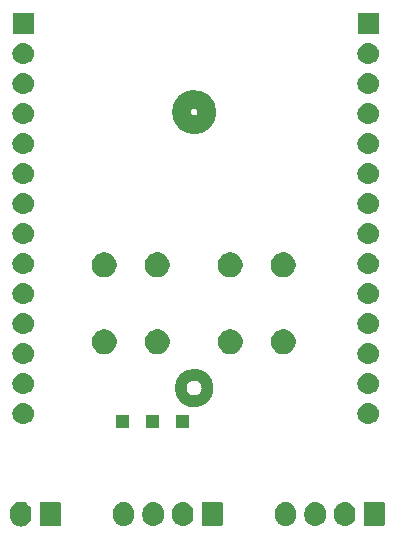
<source format=gbr>
G04 #@! TF.GenerationSoftware,KiCad,Pcbnew,(5.1.2)-1*
G04 #@! TF.CreationDate,2019-06-15T18:16:21+09:00*
G04 #@! TF.ProjectId,ESP32-breakout-THD,45535033-322d-4627-9265-616b6f75742d,rev?*
G04 #@! TF.SameCoordinates,Original*
G04 #@! TF.FileFunction,Soldermask,Bot*
G04 #@! TF.FilePolarity,Negative*
%FSLAX46Y46*%
G04 Gerber Fmt 4.6, Leading zero omitted, Abs format (unit mm)*
G04 Created by KiCad (PCBNEW (5.1.2)-1) date 2019-06-15 18:16:21*
%MOMM*%
%LPD*%
G04 APERTURE LIST*
%ADD10C,1.016000*%
%ADD11C,1.600000*%
%ADD12C,0.100000*%
G04 APERTURE END LIST*
D10*
X165219923Y-126111000D02*
G75*
G03X165219923Y-126111000I-1135923J0D01*
G01*
D11*
X165161631Y-102743000D02*
G75*
G03X165161631Y-102743000I-1077631J0D01*
G01*
D12*
G36*
X149568627Y-135741037D02*
G01*
X149738466Y-135792557D01*
X149894991Y-135876222D01*
X149918359Y-135895400D01*
X150032186Y-135988814D01*
X150115448Y-136090271D01*
X150144778Y-136126009D01*
X150228443Y-136282534D01*
X150279963Y-136452374D01*
X150293000Y-136584743D01*
X150293000Y-136973258D01*
X150279963Y-137105627D01*
X150228443Y-137275466D01*
X150144778Y-137431991D01*
X150115448Y-137467729D01*
X150032186Y-137569186D01*
X149894989Y-137681779D01*
X149762120Y-137752799D01*
X149738465Y-137765443D01*
X149568626Y-137816963D01*
X149392000Y-137834359D01*
X149215373Y-137816963D01*
X149045534Y-137765443D01*
X148889009Y-137681778D01*
X148839822Y-137641411D01*
X148751814Y-137569186D01*
X148639221Y-137431989D01*
X148555558Y-137275467D01*
X148555557Y-137275465D01*
X148504037Y-137105626D01*
X148491000Y-136973257D01*
X148491000Y-136584742D01*
X148504037Y-136452373D01*
X148555557Y-136282534D01*
X148639222Y-136126009D01*
X148751815Y-135988815D01*
X148889010Y-135876222D01*
X149045535Y-135792557D01*
X149215374Y-135741037D01*
X149392000Y-135723641D01*
X149568627Y-135741037D01*
X149568627Y-135741037D01*
G37*
G36*
X152650600Y-135731989D02*
G01*
X152683652Y-135742015D01*
X152714103Y-135758292D01*
X152740799Y-135780201D01*
X152762708Y-135806897D01*
X152778985Y-135837348D01*
X152789011Y-135870400D01*
X152793000Y-135910903D01*
X152793000Y-137647097D01*
X152789011Y-137687600D01*
X152778985Y-137720652D01*
X152762708Y-137751103D01*
X152740799Y-137777799D01*
X152714103Y-137799708D01*
X152683652Y-137815985D01*
X152650600Y-137826011D01*
X152610097Y-137830000D01*
X151173903Y-137830000D01*
X151133400Y-137826011D01*
X151100348Y-137815985D01*
X151069897Y-137799708D01*
X151043201Y-137777799D01*
X151021292Y-137751103D01*
X151005015Y-137720652D01*
X150994989Y-137687600D01*
X150991000Y-137647097D01*
X150991000Y-135910903D01*
X150994989Y-135870400D01*
X151005015Y-135837348D01*
X151021292Y-135806897D01*
X151043201Y-135780201D01*
X151069897Y-135758292D01*
X151100348Y-135742015D01*
X151133400Y-135731989D01*
X151173903Y-135728000D01*
X152610097Y-135728000D01*
X152650600Y-135731989D01*
X152650600Y-135731989D01*
G37*
G36*
X160784627Y-135766037D02*
G01*
X160954466Y-135817557D01*
X161110991Y-135901222D01*
X161146729Y-135930552D01*
X161248186Y-136013814D01*
X161331448Y-136115271D01*
X161360778Y-136151009D01*
X161444443Y-136307534D01*
X161495963Y-136477374D01*
X161495963Y-136477376D01*
X161506538Y-136584740D01*
X161509000Y-136609743D01*
X161509000Y-136948258D01*
X161495963Y-137080627D01*
X161444443Y-137250466D01*
X161360778Y-137406991D01*
X161340262Y-137431990D01*
X161248186Y-137544186D01*
X161110989Y-137656779D01*
X160954467Y-137740442D01*
X160954465Y-137740443D01*
X160784626Y-137791963D01*
X160608000Y-137809359D01*
X160431373Y-137791963D01*
X160261534Y-137740443D01*
X160105009Y-137656778D01*
X160056173Y-137616699D01*
X159967814Y-137544186D01*
X159855221Y-137406989D01*
X159771558Y-137250467D01*
X159771557Y-137250465D01*
X159720037Y-137080626D01*
X159713519Y-137014442D01*
X159707000Y-136948259D01*
X159707000Y-136609740D01*
X159720037Y-136477375D01*
X159720037Y-136477373D01*
X159771557Y-136307534D01*
X159855222Y-136151009D01*
X159967815Y-136013815D01*
X160105010Y-135901222D01*
X160261535Y-135817557D01*
X160431374Y-135766037D01*
X160608000Y-135748641D01*
X160784627Y-135766037D01*
X160784627Y-135766037D01*
G37*
G36*
X163284627Y-135766037D02*
G01*
X163454466Y-135817557D01*
X163610991Y-135901222D01*
X163646729Y-135930552D01*
X163748186Y-136013814D01*
X163831448Y-136115271D01*
X163860778Y-136151009D01*
X163944443Y-136307534D01*
X163995963Y-136477374D01*
X163995963Y-136477376D01*
X164006538Y-136584740D01*
X164009000Y-136609743D01*
X164009000Y-136948258D01*
X163995963Y-137080627D01*
X163944443Y-137250466D01*
X163860778Y-137406991D01*
X163840262Y-137431990D01*
X163748186Y-137544186D01*
X163610989Y-137656779D01*
X163454467Y-137740442D01*
X163454465Y-137740443D01*
X163284626Y-137791963D01*
X163108000Y-137809359D01*
X162931373Y-137791963D01*
X162761534Y-137740443D01*
X162605009Y-137656778D01*
X162556173Y-137616699D01*
X162467814Y-137544186D01*
X162355221Y-137406989D01*
X162271558Y-137250467D01*
X162271557Y-137250465D01*
X162220037Y-137080626D01*
X162213519Y-137014442D01*
X162207000Y-136948259D01*
X162207000Y-136609740D01*
X162220037Y-136477375D01*
X162220037Y-136477373D01*
X162271557Y-136307534D01*
X162355222Y-136151009D01*
X162467815Y-136013815D01*
X162605010Y-135901222D01*
X162761535Y-135817557D01*
X162931374Y-135766037D01*
X163108000Y-135748641D01*
X163284627Y-135766037D01*
X163284627Y-135766037D01*
G37*
G36*
X172000627Y-135766037D02*
G01*
X172170466Y-135817557D01*
X172326991Y-135901222D01*
X172362729Y-135930552D01*
X172464186Y-136013814D01*
X172547448Y-136115271D01*
X172576778Y-136151009D01*
X172660443Y-136307534D01*
X172711963Y-136477374D01*
X172711963Y-136477376D01*
X172722538Y-136584740D01*
X172725000Y-136609743D01*
X172725000Y-136948258D01*
X172711963Y-137080627D01*
X172660443Y-137250466D01*
X172576778Y-137406991D01*
X172556262Y-137431990D01*
X172464186Y-137544186D01*
X172326989Y-137656779D01*
X172170467Y-137740442D01*
X172170465Y-137740443D01*
X172000626Y-137791963D01*
X171824000Y-137809359D01*
X171647373Y-137791963D01*
X171477534Y-137740443D01*
X171321009Y-137656778D01*
X171272173Y-137616699D01*
X171183814Y-137544186D01*
X171071221Y-137406989D01*
X170987558Y-137250467D01*
X170987557Y-137250465D01*
X170936037Y-137080626D01*
X170929519Y-137014442D01*
X170923000Y-136948259D01*
X170923000Y-136609740D01*
X170936037Y-136477375D01*
X170936037Y-136477373D01*
X170987557Y-136307534D01*
X171071222Y-136151009D01*
X171183815Y-136013815D01*
X171321010Y-135901222D01*
X171477535Y-135817557D01*
X171647374Y-135766037D01*
X171824000Y-135748641D01*
X172000627Y-135766037D01*
X172000627Y-135766037D01*
G37*
G36*
X174500627Y-135766037D02*
G01*
X174670466Y-135817557D01*
X174826991Y-135901222D01*
X174862729Y-135930552D01*
X174964186Y-136013814D01*
X175047448Y-136115271D01*
X175076778Y-136151009D01*
X175160443Y-136307534D01*
X175211963Y-136477374D01*
X175211963Y-136477376D01*
X175222538Y-136584740D01*
X175225000Y-136609743D01*
X175225000Y-136948258D01*
X175211963Y-137080627D01*
X175160443Y-137250466D01*
X175076778Y-137406991D01*
X175056262Y-137431990D01*
X174964186Y-137544186D01*
X174826989Y-137656779D01*
X174670467Y-137740442D01*
X174670465Y-137740443D01*
X174500626Y-137791963D01*
X174324000Y-137809359D01*
X174147373Y-137791963D01*
X173977534Y-137740443D01*
X173821009Y-137656778D01*
X173772173Y-137616699D01*
X173683814Y-137544186D01*
X173571221Y-137406989D01*
X173487558Y-137250467D01*
X173487557Y-137250465D01*
X173436037Y-137080626D01*
X173429519Y-137014442D01*
X173423000Y-136948259D01*
X173423000Y-136609740D01*
X173436037Y-136477375D01*
X173436037Y-136477373D01*
X173487557Y-136307534D01*
X173571222Y-136151009D01*
X173683815Y-136013815D01*
X173821010Y-135901222D01*
X173977535Y-135817557D01*
X174147374Y-135766037D01*
X174324000Y-135748641D01*
X174500627Y-135766037D01*
X174500627Y-135766037D01*
G37*
G36*
X177000627Y-135766037D02*
G01*
X177170466Y-135817557D01*
X177326991Y-135901222D01*
X177362729Y-135930552D01*
X177464186Y-136013814D01*
X177547448Y-136115271D01*
X177576778Y-136151009D01*
X177660443Y-136307534D01*
X177711963Y-136477374D01*
X177711963Y-136477376D01*
X177722538Y-136584740D01*
X177725000Y-136609743D01*
X177725000Y-136948258D01*
X177711963Y-137080627D01*
X177660443Y-137250466D01*
X177576778Y-137406991D01*
X177556262Y-137431990D01*
X177464186Y-137544186D01*
X177326989Y-137656779D01*
X177170467Y-137740442D01*
X177170465Y-137740443D01*
X177000626Y-137791963D01*
X176824000Y-137809359D01*
X176647373Y-137791963D01*
X176477534Y-137740443D01*
X176321009Y-137656778D01*
X176272173Y-137616699D01*
X176183814Y-137544186D01*
X176071221Y-137406989D01*
X175987558Y-137250467D01*
X175987557Y-137250465D01*
X175936037Y-137080626D01*
X175929519Y-137014442D01*
X175923000Y-136948259D01*
X175923000Y-136609740D01*
X175936037Y-136477375D01*
X175936037Y-136477373D01*
X175987557Y-136307534D01*
X176071222Y-136151009D01*
X176183815Y-136013815D01*
X176321010Y-135901222D01*
X176477535Y-135817557D01*
X176647374Y-135766037D01*
X176824000Y-135748641D01*
X177000627Y-135766037D01*
X177000627Y-135766037D01*
G37*
G36*
X158284627Y-135766037D02*
G01*
X158454466Y-135817557D01*
X158610991Y-135901222D01*
X158646729Y-135930552D01*
X158748186Y-136013814D01*
X158831448Y-136115271D01*
X158860778Y-136151009D01*
X158944443Y-136307534D01*
X158995963Y-136477374D01*
X158995963Y-136477376D01*
X159006538Y-136584740D01*
X159009000Y-136609743D01*
X159009000Y-136948258D01*
X158995963Y-137080627D01*
X158944443Y-137250466D01*
X158860778Y-137406991D01*
X158840262Y-137431990D01*
X158748186Y-137544186D01*
X158610989Y-137656779D01*
X158454467Y-137740442D01*
X158454465Y-137740443D01*
X158284626Y-137791963D01*
X158108000Y-137809359D01*
X157931373Y-137791963D01*
X157761534Y-137740443D01*
X157605009Y-137656778D01*
X157556173Y-137616699D01*
X157467814Y-137544186D01*
X157355221Y-137406989D01*
X157271558Y-137250467D01*
X157271557Y-137250465D01*
X157220037Y-137080626D01*
X157213519Y-137014442D01*
X157207000Y-136948259D01*
X157207000Y-136609740D01*
X157220037Y-136477375D01*
X157220037Y-136477373D01*
X157271557Y-136307534D01*
X157355222Y-136151009D01*
X157467815Y-136013815D01*
X157605010Y-135901222D01*
X157761535Y-135817557D01*
X157931374Y-135766037D01*
X158108000Y-135748641D01*
X158284627Y-135766037D01*
X158284627Y-135766037D01*
G37*
G36*
X166366600Y-135756989D02*
G01*
X166399652Y-135767015D01*
X166430103Y-135783292D01*
X166456799Y-135805201D01*
X166478708Y-135831897D01*
X166494985Y-135862348D01*
X166505011Y-135895400D01*
X166509000Y-135935903D01*
X166509000Y-137622097D01*
X166505011Y-137662600D01*
X166494985Y-137695652D01*
X166478708Y-137726103D01*
X166456799Y-137752799D01*
X166430103Y-137774708D01*
X166399652Y-137790985D01*
X166366600Y-137801011D01*
X166326097Y-137805000D01*
X164889903Y-137805000D01*
X164849400Y-137801011D01*
X164816348Y-137790985D01*
X164785897Y-137774708D01*
X164759201Y-137752799D01*
X164737292Y-137726103D01*
X164721015Y-137695652D01*
X164710989Y-137662600D01*
X164707000Y-137622097D01*
X164707000Y-135935903D01*
X164710989Y-135895400D01*
X164721015Y-135862348D01*
X164737292Y-135831897D01*
X164759201Y-135805201D01*
X164785897Y-135783292D01*
X164816348Y-135767015D01*
X164849400Y-135756989D01*
X164889903Y-135753000D01*
X166326097Y-135753000D01*
X166366600Y-135756989D01*
X166366600Y-135756989D01*
G37*
G36*
X180082600Y-135756989D02*
G01*
X180115652Y-135767015D01*
X180146103Y-135783292D01*
X180172799Y-135805201D01*
X180194708Y-135831897D01*
X180210985Y-135862348D01*
X180221011Y-135895400D01*
X180225000Y-135935903D01*
X180225000Y-137622097D01*
X180221011Y-137662600D01*
X180210985Y-137695652D01*
X180194708Y-137726103D01*
X180172799Y-137752799D01*
X180146103Y-137774708D01*
X180115652Y-137790985D01*
X180082600Y-137801011D01*
X180042097Y-137805000D01*
X178605903Y-137805000D01*
X178565400Y-137801011D01*
X178532348Y-137790985D01*
X178501897Y-137774708D01*
X178475201Y-137752799D01*
X178453292Y-137726103D01*
X178437015Y-137695652D01*
X178426989Y-137662600D01*
X178423000Y-137622097D01*
X178423000Y-135935903D01*
X178426989Y-135895400D01*
X178437015Y-135862348D01*
X178453292Y-135831897D01*
X178475201Y-135805201D01*
X178501897Y-135783292D01*
X178532348Y-135767015D01*
X178565400Y-135756989D01*
X178605903Y-135753000D01*
X180042097Y-135753000D01*
X180082600Y-135756989D01*
X180082600Y-135756989D01*
G37*
G36*
X161079000Y-129456000D02*
G01*
X159977000Y-129456000D01*
X159977000Y-128354000D01*
X161079000Y-128354000D01*
X161079000Y-129456000D01*
X161079000Y-129456000D01*
G37*
G36*
X163619000Y-129456000D02*
G01*
X162517000Y-129456000D01*
X162517000Y-128354000D01*
X163619000Y-128354000D01*
X163619000Y-129456000D01*
X163619000Y-129456000D01*
G37*
G36*
X158539000Y-129456000D02*
G01*
X157437000Y-129456000D01*
X157437000Y-128354000D01*
X158539000Y-128354000D01*
X158539000Y-129456000D01*
X158539000Y-129456000D01*
G37*
G36*
X149716442Y-127375518D02*
G01*
X149782627Y-127382037D01*
X149952466Y-127433557D01*
X150108991Y-127517222D01*
X150144729Y-127546552D01*
X150246186Y-127629814D01*
X150329448Y-127731271D01*
X150358778Y-127767009D01*
X150442443Y-127923534D01*
X150493963Y-128093373D01*
X150511359Y-128270000D01*
X150493963Y-128446627D01*
X150442443Y-128616466D01*
X150358778Y-128772991D01*
X150329448Y-128808729D01*
X150246186Y-128910186D01*
X150144729Y-128993448D01*
X150108991Y-129022778D01*
X149952466Y-129106443D01*
X149782627Y-129157963D01*
X149716442Y-129164482D01*
X149650260Y-129171000D01*
X149561740Y-129171000D01*
X149495558Y-129164482D01*
X149429373Y-129157963D01*
X149259534Y-129106443D01*
X149103009Y-129022778D01*
X149067271Y-128993448D01*
X148965814Y-128910186D01*
X148882552Y-128808729D01*
X148853222Y-128772991D01*
X148769557Y-128616466D01*
X148718037Y-128446627D01*
X148700641Y-128270000D01*
X148718037Y-128093373D01*
X148769557Y-127923534D01*
X148853222Y-127767009D01*
X148882552Y-127731271D01*
X148965814Y-127629814D01*
X149067271Y-127546552D01*
X149103009Y-127517222D01*
X149259534Y-127433557D01*
X149429373Y-127382037D01*
X149495558Y-127375518D01*
X149561740Y-127369000D01*
X149650260Y-127369000D01*
X149716442Y-127375518D01*
X149716442Y-127375518D01*
G37*
G36*
X178926442Y-127375518D02*
G01*
X178992627Y-127382037D01*
X179162466Y-127433557D01*
X179318991Y-127517222D01*
X179354729Y-127546552D01*
X179456186Y-127629814D01*
X179539448Y-127731271D01*
X179568778Y-127767009D01*
X179652443Y-127923534D01*
X179703963Y-128093373D01*
X179721359Y-128270000D01*
X179703963Y-128446627D01*
X179652443Y-128616466D01*
X179568778Y-128772991D01*
X179539448Y-128808729D01*
X179456186Y-128910186D01*
X179354729Y-128993448D01*
X179318991Y-129022778D01*
X179162466Y-129106443D01*
X178992627Y-129157963D01*
X178926442Y-129164482D01*
X178860260Y-129171000D01*
X178771740Y-129171000D01*
X178705558Y-129164482D01*
X178639373Y-129157963D01*
X178469534Y-129106443D01*
X178313009Y-129022778D01*
X178277271Y-128993448D01*
X178175814Y-128910186D01*
X178092552Y-128808729D01*
X178063222Y-128772991D01*
X177979557Y-128616466D01*
X177928037Y-128446627D01*
X177910641Y-128270000D01*
X177928037Y-128093373D01*
X177979557Y-127923534D01*
X178063222Y-127767009D01*
X178092552Y-127731271D01*
X178175814Y-127629814D01*
X178277271Y-127546552D01*
X178313009Y-127517222D01*
X178469534Y-127433557D01*
X178639373Y-127382037D01*
X178705558Y-127375518D01*
X178771740Y-127369000D01*
X178860260Y-127369000D01*
X178926442Y-127375518D01*
X178926442Y-127375518D01*
G37*
G36*
X178926443Y-124835519D02*
G01*
X178992627Y-124842037D01*
X179162466Y-124893557D01*
X179318991Y-124977222D01*
X179354729Y-125006552D01*
X179456186Y-125089814D01*
X179539448Y-125191271D01*
X179568778Y-125227009D01*
X179652443Y-125383534D01*
X179703963Y-125553373D01*
X179721359Y-125730000D01*
X179703963Y-125906627D01*
X179652443Y-126076466D01*
X179568778Y-126232991D01*
X179539448Y-126268729D01*
X179456186Y-126370186D01*
X179354729Y-126453448D01*
X179318991Y-126482778D01*
X179162466Y-126566443D01*
X178992627Y-126617963D01*
X178926442Y-126624482D01*
X178860260Y-126631000D01*
X178771740Y-126631000D01*
X178705558Y-126624482D01*
X178639373Y-126617963D01*
X178469534Y-126566443D01*
X178313009Y-126482778D01*
X178277271Y-126453448D01*
X178175814Y-126370186D01*
X178092552Y-126268729D01*
X178063222Y-126232991D01*
X177979557Y-126076466D01*
X177928037Y-125906627D01*
X177910641Y-125730000D01*
X177928037Y-125553373D01*
X177979557Y-125383534D01*
X178063222Y-125227009D01*
X178092552Y-125191271D01*
X178175814Y-125089814D01*
X178277271Y-125006552D01*
X178313009Y-124977222D01*
X178469534Y-124893557D01*
X178639373Y-124842037D01*
X178705557Y-124835519D01*
X178771740Y-124829000D01*
X178860260Y-124829000D01*
X178926443Y-124835519D01*
X178926443Y-124835519D01*
G37*
G36*
X149716443Y-124835519D02*
G01*
X149782627Y-124842037D01*
X149952466Y-124893557D01*
X150108991Y-124977222D01*
X150144729Y-125006552D01*
X150246186Y-125089814D01*
X150329448Y-125191271D01*
X150358778Y-125227009D01*
X150442443Y-125383534D01*
X150493963Y-125553373D01*
X150511359Y-125730000D01*
X150493963Y-125906627D01*
X150442443Y-126076466D01*
X150358778Y-126232991D01*
X150329448Y-126268729D01*
X150246186Y-126370186D01*
X150144729Y-126453448D01*
X150108991Y-126482778D01*
X149952466Y-126566443D01*
X149782627Y-126617963D01*
X149716442Y-126624482D01*
X149650260Y-126631000D01*
X149561740Y-126631000D01*
X149495558Y-126624482D01*
X149429373Y-126617963D01*
X149259534Y-126566443D01*
X149103009Y-126482778D01*
X149067271Y-126453448D01*
X148965814Y-126370186D01*
X148882552Y-126268729D01*
X148853222Y-126232991D01*
X148769557Y-126076466D01*
X148718037Y-125906627D01*
X148700641Y-125730000D01*
X148718037Y-125553373D01*
X148769557Y-125383534D01*
X148853222Y-125227009D01*
X148882552Y-125191271D01*
X148965814Y-125089814D01*
X149067271Y-125006552D01*
X149103009Y-124977222D01*
X149259534Y-124893557D01*
X149429373Y-124842037D01*
X149495557Y-124835519D01*
X149561740Y-124829000D01*
X149650260Y-124829000D01*
X149716443Y-124835519D01*
X149716443Y-124835519D01*
G37*
G36*
X178926443Y-122295519D02*
G01*
X178992627Y-122302037D01*
X179162466Y-122353557D01*
X179318991Y-122437222D01*
X179354729Y-122466552D01*
X179456186Y-122549814D01*
X179539448Y-122651271D01*
X179568778Y-122687009D01*
X179652443Y-122843534D01*
X179703963Y-123013373D01*
X179721359Y-123190000D01*
X179703963Y-123366627D01*
X179652443Y-123536466D01*
X179568778Y-123692991D01*
X179539448Y-123728729D01*
X179456186Y-123830186D01*
X179354729Y-123913448D01*
X179318991Y-123942778D01*
X179162466Y-124026443D01*
X178992627Y-124077963D01*
X178926442Y-124084482D01*
X178860260Y-124091000D01*
X178771740Y-124091000D01*
X178705558Y-124084482D01*
X178639373Y-124077963D01*
X178469534Y-124026443D01*
X178313009Y-123942778D01*
X178277271Y-123913448D01*
X178175814Y-123830186D01*
X178092552Y-123728729D01*
X178063222Y-123692991D01*
X177979557Y-123536466D01*
X177928037Y-123366627D01*
X177910641Y-123190000D01*
X177928037Y-123013373D01*
X177979557Y-122843534D01*
X178063222Y-122687009D01*
X178092552Y-122651271D01*
X178175814Y-122549814D01*
X178277271Y-122466552D01*
X178313009Y-122437222D01*
X178469534Y-122353557D01*
X178639373Y-122302037D01*
X178705557Y-122295519D01*
X178771740Y-122289000D01*
X178860260Y-122289000D01*
X178926443Y-122295519D01*
X178926443Y-122295519D01*
G37*
G36*
X149716443Y-122295519D02*
G01*
X149782627Y-122302037D01*
X149952466Y-122353557D01*
X150108991Y-122437222D01*
X150144729Y-122466552D01*
X150246186Y-122549814D01*
X150329448Y-122651271D01*
X150358778Y-122687009D01*
X150442443Y-122843534D01*
X150493963Y-123013373D01*
X150511359Y-123190000D01*
X150493963Y-123366627D01*
X150442443Y-123536466D01*
X150358778Y-123692991D01*
X150329448Y-123728729D01*
X150246186Y-123830186D01*
X150144729Y-123913448D01*
X150108991Y-123942778D01*
X149952466Y-124026443D01*
X149782627Y-124077963D01*
X149716442Y-124084482D01*
X149650260Y-124091000D01*
X149561740Y-124091000D01*
X149495558Y-124084482D01*
X149429373Y-124077963D01*
X149259534Y-124026443D01*
X149103009Y-123942778D01*
X149067271Y-123913448D01*
X148965814Y-123830186D01*
X148882552Y-123728729D01*
X148853222Y-123692991D01*
X148769557Y-123536466D01*
X148718037Y-123366627D01*
X148700641Y-123190000D01*
X148718037Y-123013373D01*
X148769557Y-122843534D01*
X148853222Y-122687009D01*
X148882552Y-122651271D01*
X148965814Y-122549814D01*
X149067271Y-122466552D01*
X149103009Y-122437222D01*
X149259534Y-122353557D01*
X149429373Y-122302037D01*
X149495557Y-122295519D01*
X149561740Y-122289000D01*
X149650260Y-122289000D01*
X149716443Y-122295519D01*
X149716443Y-122295519D01*
G37*
G36*
X156770564Y-121163389D02*
G01*
X156961833Y-121242615D01*
X156961835Y-121242616D01*
X157033027Y-121290185D01*
X157133973Y-121357635D01*
X157280365Y-121504027D01*
X157395385Y-121676167D01*
X157474611Y-121867436D01*
X157515000Y-122070484D01*
X157515000Y-122277516D01*
X157474611Y-122480564D01*
X157445926Y-122549815D01*
X157395384Y-122671835D01*
X157280365Y-122843973D01*
X157133973Y-122990365D01*
X156961835Y-123105384D01*
X156961834Y-123105385D01*
X156961833Y-123105385D01*
X156770564Y-123184611D01*
X156567516Y-123225000D01*
X156360484Y-123225000D01*
X156157436Y-123184611D01*
X155966167Y-123105385D01*
X155966166Y-123105385D01*
X155966165Y-123105384D01*
X155794027Y-122990365D01*
X155647635Y-122843973D01*
X155532616Y-122671835D01*
X155482074Y-122549815D01*
X155453389Y-122480564D01*
X155413000Y-122277516D01*
X155413000Y-122070484D01*
X155453389Y-121867436D01*
X155532615Y-121676167D01*
X155647635Y-121504027D01*
X155794027Y-121357635D01*
X155894973Y-121290185D01*
X155966165Y-121242616D01*
X155966167Y-121242615D01*
X156157436Y-121163389D01*
X156360484Y-121123000D01*
X156567516Y-121123000D01*
X156770564Y-121163389D01*
X156770564Y-121163389D01*
G37*
G36*
X161270564Y-121163389D02*
G01*
X161461833Y-121242615D01*
X161461835Y-121242616D01*
X161533027Y-121290185D01*
X161633973Y-121357635D01*
X161780365Y-121504027D01*
X161895385Y-121676167D01*
X161974611Y-121867436D01*
X162015000Y-122070484D01*
X162015000Y-122277516D01*
X161974611Y-122480564D01*
X161945926Y-122549815D01*
X161895384Y-122671835D01*
X161780365Y-122843973D01*
X161633973Y-122990365D01*
X161461835Y-123105384D01*
X161461834Y-123105385D01*
X161461833Y-123105385D01*
X161270564Y-123184611D01*
X161067516Y-123225000D01*
X160860484Y-123225000D01*
X160657436Y-123184611D01*
X160466167Y-123105385D01*
X160466166Y-123105385D01*
X160466165Y-123105384D01*
X160294027Y-122990365D01*
X160147635Y-122843973D01*
X160032616Y-122671835D01*
X159982074Y-122549815D01*
X159953389Y-122480564D01*
X159913000Y-122277516D01*
X159913000Y-122070484D01*
X159953389Y-121867436D01*
X160032615Y-121676167D01*
X160147635Y-121504027D01*
X160294027Y-121357635D01*
X160394973Y-121290185D01*
X160466165Y-121242616D01*
X160466167Y-121242615D01*
X160657436Y-121163389D01*
X160860484Y-121123000D01*
X161067516Y-121123000D01*
X161270564Y-121163389D01*
X161270564Y-121163389D01*
G37*
G36*
X167438564Y-121163389D02*
G01*
X167629833Y-121242615D01*
X167629835Y-121242616D01*
X167701027Y-121290185D01*
X167801973Y-121357635D01*
X167948365Y-121504027D01*
X168063385Y-121676167D01*
X168142611Y-121867436D01*
X168183000Y-122070484D01*
X168183000Y-122277516D01*
X168142611Y-122480564D01*
X168113926Y-122549815D01*
X168063384Y-122671835D01*
X167948365Y-122843973D01*
X167801973Y-122990365D01*
X167629835Y-123105384D01*
X167629834Y-123105385D01*
X167629833Y-123105385D01*
X167438564Y-123184611D01*
X167235516Y-123225000D01*
X167028484Y-123225000D01*
X166825436Y-123184611D01*
X166634167Y-123105385D01*
X166634166Y-123105385D01*
X166634165Y-123105384D01*
X166462027Y-122990365D01*
X166315635Y-122843973D01*
X166200616Y-122671835D01*
X166150074Y-122549815D01*
X166121389Y-122480564D01*
X166081000Y-122277516D01*
X166081000Y-122070484D01*
X166121389Y-121867436D01*
X166200615Y-121676167D01*
X166315635Y-121504027D01*
X166462027Y-121357635D01*
X166562973Y-121290185D01*
X166634165Y-121242616D01*
X166634167Y-121242615D01*
X166825436Y-121163389D01*
X167028484Y-121123000D01*
X167235516Y-121123000D01*
X167438564Y-121163389D01*
X167438564Y-121163389D01*
G37*
G36*
X171938564Y-121163389D02*
G01*
X172129833Y-121242615D01*
X172129835Y-121242616D01*
X172201027Y-121290185D01*
X172301973Y-121357635D01*
X172448365Y-121504027D01*
X172563385Y-121676167D01*
X172642611Y-121867436D01*
X172683000Y-122070484D01*
X172683000Y-122277516D01*
X172642611Y-122480564D01*
X172613926Y-122549815D01*
X172563384Y-122671835D01*
X172448365Y-122843973D01*
X172301973Y-122990365D01*
X172129835Y-123105384D01*
X172129834Y-123105385D01*
X172129833Y-123105385D01*
X171938564Y-123184611D01*
X171735516Y-123225000D01*
X171528484Y-123225000D01*
X171325436Y-123184611D01*
X171134167Y-123105385D01*
X171134166Y-123105385D01*
X171134165Y-123105384D01*
X170962027Y-122990365D01*
X170815635Y-122843973D01*
X170700616Y-122671835D01*
X170650074Y-122549815D01*
X170621389Y-122480564D01*
X170581000Y-122277516D01*
X170581000Y-122070484D01*
X170621389Y-121867436D01*
X170700615Y-121676167D01*
X170815635Y-121504027D01*
X170962027Y-121357635D01*
X171062973Y-121290185D01*
X171134165Y-121242616D01*
X171134167Y-121242615D01*
X171325436Y-121163389D01*
X171528484Y-121123000D01*
X171735516Y-121123000D01*
X171938564Y-121163389D01*
X171938564Y-121163389D01*
G37*
G36*
X149716442Y-119755518D02*
G01*
X149782627Y-119762037D01*
X149952466Y-119813557D01*
X150108991Y-119897222D01*
X150144729Y-119926552D01*
X150246186Y-120009814D01*
X150329448Y-120111271D01*
X150358778Y-120147009D01*
X150442443Y-120303534D01*
X150493963Y-120473373D01*
X150511359Y-120650000D01*
X150493963Y-120826627D01*
X150442443Y-120996466D01*
X150358778Y-121152991D01*
X150329448Y-121188729D01*
X150246186Y-121290186D01*
X150163998Y-121357635D01*
X150108991Y-121402778D01*
X149952466Y-121486443D01*
X149782627Y-121537963D01*
X149716443Y-121544481D01*
X149650260Y-121551000D01*
X149561740Y-121551000D01*
X149495557Y-121544481D01*
X149429373Y-121537963D01*
X149259534Y-121486443D01*
X149103009Y-121402778D01*
X149048002Y-121357635D01*
X148965814Y-121290186D01*
X148882552Y-121188729D01*
X148853222Y-121152991D01*
X148769557Y-120996466D01*
X148718037Y-120826627D01*
X148700641Y-120650000D01*
X148718037Y-120473373D01*
X148769557Y-120303534D01*
X148853222Y-120147009D01*
X148882552Y-120111271D01*
X148965814Y-120009814D01*
X149067271Y-119926552D01*
X149103009Y-119897222D01*
X149259534Y-119813557D01*
X149429373Y-119762037D01*
X149495558Y-119755518D01*
X149561740Y-119749000D01*
X149650260Y-119749000D01*
X149716442Y-119755518D01*
X149716442Y-119755518D01*
G37*
G36*
X178926442Y-119755518D02*
G01*
X178992627Y-119762037D01*
X179162466Y-119813557D01*
X179318991Y-119897222D01*
X179354729Y-119926552D01*
X179456186Y-120009814D01*
X179539448Y-120111271D01*
X179568778Y-120147009D01*
X179652443Y-120303534D01*
X179703963Y-120473373D01*
X179721359Y-120650000D01*
X179703963Y-120826627D01*
X179652443Y-120996466D01*
X179568778Y-121152991D01*
X179539448Y-121188729D01*
X179456186Y-121290186D01*
X179373998Y-121357635D01*
X179318991Y-121402778D01*
X179162466Y-121486443D01*
X178992627Y-121537963D01*
X178926443Y-121544481D01*
X178860260Y-121551000D01*
X178771740Y-121551000D01*
X178705557Y-121544481D01*
X178639373Y-121537963D01*
X178469534Y-121486443D01*
X178313009Y-121402778D01*
X178258002Y-121357635D01*
X178175814Y-121290186D01*
X178092552Y-121188729D01*
X178063222Y-121152991D01*
X177979557Y-120996466D01*
X177928037Y-120826627D01*
X177910641Y-120650000D01*
X177928037Y-120473373D01*
X177979557Y-120303534D01*
X178063222Y-120147009D01*
X178092552Y-120111271D01*
X178175814Y-120009814D01*
X178277271Y-119926552D01*
X178313009Y-119897222D01*
X178469534Y-119813557D01*
X178639373Y-119762037D01*
X178705558Y-119755518D01*
X178771740Y-119749000D01*
X178860260Y-119749000D01*
X178926442Y-119755518D01*
X178926442Y-119755518D01*
G37*
G36*
X178926443Y-117215519D02*
G01*
X178992627Y-117222037D01*
X179162466Y-117273557D01*
X179318991Y-117357222D01*
X179354729Y-117386552D01*
X179456186Y-117469814D01*
X179539448Y-117571271D01*
X179568778Y-117607009D01*
X179652443Y-117763534D01*
X179703963Y-117933373D01*
X179721359Y-118110000D01*
X179703963Y-118286627D01*
X179652443Y-118456466D01*
X179568778Y-118612991D01*
X179539448Y-118648729D01*
X179456186Y-118750186D01*
X179354729Y-118833448D01*
X179318991Y-118862778D01*
X179162466Y-118946443D01*
X178992627Y-118997963D01*
X178926443Y-119004481D01*
X178860260Y-119011000D01*
X178771740Y-119011000D01*
X178705557Y-119004481D01*
X178639373Y-118997963D01*
X178469534Y-118946443D01*
X178313009Y-118862778D01*
X178277271Y-118833448D01*
X178175814Y-118750186D01*
X178092552Y-118648729D01*
X178063222Y-118612991D01*
X177979557Y-118456466D01*
X177928037Y-118286627D01*
X177910641Y-118110000D01*
X177928037Y-117933373D01*
X177979557Y-117763534D01*
X178063222Y-117607009D01*
X178092552Y-117571271D01*
X178175814Y-117469814D01*
X178277271Y-117386552D01*
X178313009Y-117357222D01*
X178469534Y-117273557D01*
X178639373Y-117222037D01*
X178705557Y-117215519D01*
X178771740Y-117209000D01*
X178860260Y-117209000D01*
X178926443Y-117215519D01*
X178926443Y-117215519D01*
G37*
G36*
X149716443Y-117215519D02*
G01*
X149782627Y-117222037D01*
X149952466Y-117273557D01*
X150108991Y-117357222D01*
X150144729Y-117386552D01*
X150246186Y-117469814D01*
X150329448Y-117571271D01*
X150358778Y-117607009D01*
X150442443Y-117763534D01*
X150493963Y-117933373D01*
X150511359Y-118110000D01*
X150493963Y-118286627D01*
X150442443Y-118456466D01*
X150358778Y-118612991D01*
X150329448Y-118648729D01*
X150246186Y-118750186D01*
X150144729Y-118833448D01*
X150108991Y-118862778D01*
X149952466Y-118946443D01*
X149782627Y-118997963D01*
X149716443Y-119004481D01*
X149650260Y-119011000D01*
X149561740Y-119011000D01*
X149495557Y-119004481D01*
X149429373Y-118997963D01*
X149259534Y-118946443D01*
X149103009Y-118862778D01*
X149067271Y-118833448D01*
X148965814Y-118750186D01*
X148882552Y-118648729D01*
X148853222Y-118612991D01*
X148769557Y-118456466D01*
X148718037Y-118286627D01*
X148700641Y-118110000D01*
X148718037Y-117933373D01*
X148769557Y-117763534D01*
X148853222Y-117607009D01*
X148882552Y-117571271D01*
X148965814Y-117469814D01*
X149067271Y-117386552D01*
X149103009Y-117357222D01*
X149259534Y-117273557D01*
X149429373Y-117222037D01*
X149495557Y-117215519D01*
X149561740Y-117209000D01*
X149650260Y-117209000D01*
X149716443Y-117215519D01*
X149716443Y-117215519D01*
G37*
G36*
X171938564Y-114663389D02*
G01*
X172107967Y-114733558D01*
X172129835Y-114742616D01*
X172301973Y-114857635D01*
X172448365Y-115004027D01*
X172490450Y-115067011D01*
X172563385Y-115176167D01*
X172642611Y-115367436D01*
X172683000Y-115570484D01*
X172683000Y-115777516D01*
X172642611Y-115980564D01*
X172563385Y-116171833D01*
X172563384Y-116171835D01*
X172448365Y-116343973D01*
X172301973Y-116490365D01*
X172129835Y-116605384D01*
X172129834Y-116605385D01*
X172129833Y-116605385D01*
X171938564Y-116684611D01*
X171735516Y-116725000D01*
X171528484Y-116725000D01*
X171325436Y-116684611D01*
X171134167Y-116605385D01*
X171134166Y-116605385D01*
X171134165Y-116605384D01*
X170962027Y-116490365D01*
X170815635Y-116343973D01*
X170700616Y-116171835D01*
X170700615Y-116171833D01*
X170621389Y-115980564D01*
X170581000Y-115777516D01*
X170581000Y-115570484D01*
X170621389Y-115367436D01*
X170700615Y-115176167D01*
X170773551Y-115067011D01*
X170815635Y-115004027D01*
X170962027Y-114857635D01*
X171134165Y-114742616D01*
X171156033Y-114733558D01*
X171325436Y-114663389D01*
X171528484Y-114623000D01*
X171735516Y-114623000D01*
X171938564Y-114663389D01*
X171938564Y-114663389D01*
G37*
G36*
X167438564Y-114663389D02*
G01*
X167607967Y-114733558D01*
X167629835Y-114742616D01*
X167801973Y-114857635D01*
X167948365Y-115004027D01*
X167990450Y-115067011D01*
X168063385Y-115176167D01*
X168142611Y-115367436D01*
X168183000Y-115570484D01*
X168183000Y-115777516D01*
X168142611Y-115980564D01*
X168063385Y-116171833D01*
X168063384Y-116171835D01*
X167948365Y-116343973D01*
X167801973Y-116490365D01*
X167629835Y-116605384D01*
X167629834Y-116605385D01*
X167629833Y-116605385D01*
X167438564Y-116684611D01*
X167235516Y-116725000D01*
X167028484Y-116725000D01*
X166825436Y-116684611D01*
X166634167Y-116605385D01*
X166634166Y-116605385D01*
X166634165Y-116605384D01*
X166462027Y-116490365D01*
X166315635Y-116343973D01*
X166200616Y-116171835D01*
X166200615Y-116171833D01*
X166121389Y-115980564D01*
X166081000Y-115777516D01*
X166081000Y-115570484D01*
X166121389Y-115367436D01*
X166200615Y-115176167D01*
X166273551Y-115067011D01*
X166315635Y-115004027D01*
X166462027Y-114857635D01*
X166634165Y-114742616D01*
X166656033Y-114733558D01*
X166825436Y-114663389D01*
X167028484Y-114623000D01*
X167235516Y-114623000D01*
X167438564Y-114663389D01*
X167438564Y-114663389D01*
G37*
G36*
X161270564Y-114663389D02*
G01*
X161439967Y-114733558D01*
X161461835Y-114742616D01*
X161633973Y-114857635D01*
X161780365Y-115004027D01*
X161822450Y-115067011D01*
X161895385Y-115176167D01*
X161974611Y-115367436D01*
X162015000Y-115570484D01*
X162015000Y-115777516D01*
X161974611Y-115980564D01*
X161895385Y-116171833D01*
X161895384Y-116171835D01*
X161780365Y-116343973D01*
X161633973Y-116490365D01*
X161461835Y-116605384D01*
X161461834Y-116605385D01*
X161461833Y-116605385D01*
X161270564Y-116684611D01*
X161067516Y-116725000D01*
X160860484Y-116725000D01*
X160657436Y-116684611D01*
X160466167Y-116605385D01*
X160466166Y-116605385D01*
X160466165Y-116605384D01*
X160294027Y-116490365D01*
X160147635Y-116343973D01*
X160032616Y-116171835D01*
X160032615Y-116171833D01*
X159953389Y-115980564D01*
X159913000Y-115777516D01*
X159913000Y-115570484D01*
X159953389Y-115367436D01*
X160032615Y-115176167D01*
X160105551Y-115067011D01*
X160147635Y-115004027D01*
X160294027Y-114857635D01*
X160466165Y-114742616D01*
X160488033Y-114733558D01*
X160657436Y-114663389D01*
X160860484Y-114623000D01*
X161067516Y-114623000D01*
X161270564Y-114663389D01*
X161270564Y-114663389D01*
G37*
G36*
X156770564Y-114663389D02*
G01*
X156939967Y-114733558D01*
X156961835Y-114742616D01*
X157133973Y-114857635D01*
X157280365Y-115004027D01*
X157322450Y-115067011D01*
X157395385Y-115176167D01*
X157474611Y-115367436D01*
X157515000Y-115570484D01*
X157515000Y-115777516D01*
X157474611Y-115980564D01*
X157395385Y-116171833D01*
X157395384Y-116171835D01*
X157280365Y-116343973D01*
X157133973Y-116490365D01*
X156961835Y-116605384D01*
X156961834Y-116605385D01*
X156961833Y-116605385D01*
X156770564Y-116684611D01*
X156567516Y-116725000D01*
X156360484Y-116725000D01*
X156157436Y-116684611D01*
X155966167Y-116605385D01*
X155966166Y-116605385D01*
X155966165Y-116605384D01*
X155794027Y-116490365D01*
X155647635Y-116343973D01*
X155532616Y-116171835D01*
X155532615Y-116171833D01*
X155453389Y-115980564D01*
X155413000Y-115777516D01*
X155413000Y-115570484D01*
X155453389Y-115367436D01*
X155532615Y-115176167D01*
X155605551Y-115067011D01*
X155647635Y-115004027D01*
X155794027Y-114857635D01*
X155966165Y-114742616D01*
X155988033Y-114733558D01*
X156157436Y-114663389D01*
X156360484Y-114623000D01*
X156567516Y-114623000D01*
X156770564Y-114663389D01*
X156770564Y-114663389D01*
G37*
G36*
X149716443Y-114675519D02*
G01*
X149782627Y-114682037D01*
X149952466Y-114733557D01*
X150108991Y-114817222D01*
X150144729Y-114846552D01*
X150246186Y-114929814D01*
X150307090Y-115004027D01*
X150358778Y-115067009D01*
X150442443Y-115223534D01*
X150493963Y-115393373D01*
X150511359Y-115570000D01*
X150493963Y-115746627D01*
X150442443Y-115916466D01*
X150358778Y-116072991D01*
X150329448Y-116108729D01*
X150246186Y-116210186D01*
X150144729Y-116293448D01*
X150108991Y-116322778D01*
X149952466Y-116406443D01*
X149782627Y-116457963D01*
X149716442Y-116464482D01*
X149650260Y-116471000D01*
X149561740Y-116471000D01*
X149495558Y-116464482D01*
X149429373Y-116457963D01*
X149259534Y-116406443D01*
X149103009Y-116322778D01*
X149067271Y-116293448D01*
X148965814Y-116210186D01*
X148882552Y-116108729D01*
X148853222Y-116072991D01*
X148769557Y-115916466D01*
X148718037Y-115746627D01*
X148700641Y-115570000D01*
X148718037Y-115393373D01*
X148769557Y-115223534D01*
X148853222Y-115067009D01*
X148904910Y-115004027D01*
X148965814Y-114929814D01*
X149067271Y-114846552D01*
X149103009Y-114817222D01*
X149259534Y-114733557D01*
X149429373Y-114682037D01*
X149495557Y-114675519D01*
X149561740Y-114669000D01*
X149650260Y-114669000D01*
X149716443Y-114675519D01*
X149716443Y-114675519D01*
G37*
G36*
X178926443Y-114675519D02*
G01*
X178992627Y-114682037D01*
X179162466Y-114733557D01*
X179318991Y-114817222D01*
X179354729Y-114846552D01*
X179456186Y-114929814D01*
X179517090Y-115004027D01*
X179568778Y-115067009D01*
X179652443Y-115223534D01*
X179703963Y-115393373D01*
X179721359Y-115570000D01*
X179703963Y-115746627D01*
X179652443Y-115916466D01*
X179568778Y-116072991D01*
X179539448Y-116108729D01*
X179456186Y-116210186D01*
X179354729Y-116293448D01*
X179318991Y-116322778D01*
X179162466Y-116406443D01*
X178992627Y-116457963D01*
X178926442Y-116464482D01*
X178860260Y-116471000D01*
X178771740Y-116471000D01*
X178705558Y-116464482D01*
X178639373Y-116457963D01*
X178469534Y-116406443D01*
X178313009Y-116322778D01*
X178277271Y-116293448D01*
X178175814Y-116210186D01*
X178092552Y-116108729D01*
X178063222Y-116072991D01*
X177979557Y-115916466D01*
X177928037Y-115746627D01*
X177910641Y-115570000D01*
X177928037Y-115393373D01*
X177979557Y-115223534D01*
X178063222Y-115067009D01*
X178114910Y-115004027D01*
X178175814Y-114929814D01*
X178277271Y-114846552D01*
X178313009Y-114817222D01*
X178469534Y-114733557D01*
X178639373Y-114682037D01*
X178705557Y-114675519D01*
X178771740Y-114669000D01*
X178860260Y-114669000D01*
X178926443Y-114675519D01*
X178926443Y-114675519D01*
G37*
G36*
X149716443Y-112135519D02*
G01*
X149782627Y-112142037D01*
X149952466Y-112193557D01*
X150108991Y-112277222D01*
X150144729Y-112306552D01*
X150246186Y-112389814D01*
X150329448Y-112491271D01*
X150358778Y-112527009D01*
X150442443Y-112683534D01*
X150493963Y-112853373D01*
X150511359Y-113030000D01*
X150493963Y-113206627D01*
X150442443Y-113376466D01*
X150358778Y-113532991D01*
X150329448Y-113568729D01*
X150246186Y-113670186D01*
X150144729Y-113753448D01*
X150108991Y-113782778D01*
X149952466Y-113866443D01*
X149782627Y-113917963D01*
X149716443Y-113924481D01*
X149650260Y-113931000D01*
X149561740Y-113931000D01*
X149495557Y-113924481D01*
X149429373Y-113917963D01*
X149259534Y-113866443D01*
X149103009Y-113782778D01*
X149067271Y-113753448D01*
X148965814Y-113670186D01*
X148882552Y-113568729D01*
X148853222Y-113532991D01*
X148769557Y-113376466D01*
X148718037Y-113206627D01*
X148700641Y-113030000D01*
X148718037Y-112853373D01*
X148769557Y-112683534D01*
X148853222Y-112527009D01*
X148882552Y-112491271D01*
X148965814Y-112389814D01*
X149067271Y-112306552D01*
X149103009Y-112277222D01*
X149259534Y-112193557D01*
X149429373Y-112142037D01*
X149495557Y-112135519D01*
X149561740Y-112129000D01*
X149650260Y-112129000D01*
X149716443Y-112135519D01*
X149716443Y-112135519D01*
G37*
G36*
X178926443Y-112135519D02*
G01*
X178992627Y-112142037D01*
X179162466Y-112193557D01*
X179318991Y-112277222D01*
X179354729Y-112306552D01*
X179456186Y-112389814D01*
X179539448Y-112491271D01*
X179568778Y-112527009D01*
X179652443Y-112683534D01*
X179703963Y-112853373D01*
X179721359Y-113030000D01*
X179703963Y-113206627D01*
X179652443Y-113376466D01*
X179568778Y-113532991D01*
X179539448Y-113568729D01*
X179456186Y-113670186D01*
X179354729Y-113753448D01*
X179318991Y-113782778D01*
X179162466Y-113866443D01*
X178992627Y-113917963D01*
X178926443Y-113924481D01*
X178860260Y-113931000D01*
X178771740Y-113931000D01*
X178705557Y-113924481D01*
X178639373Y-113917963D01*
X178469534Y-113866443D01*
X178313009Y-113782778D01*
X178277271Y-113753448D01*
X178175814Y-113670186D01*
X178092552Y-113568729D01*
X178063222Y-113532991D01*
X177979557Y-113376466D01*
X177928037Y-113206627D01*
X177910641Y-113030000D01*
X177928037Y-112853373D01*
X177979557Y-112683534D01*
X178063222Y-112527009D01*
X178092552Y-112491271D01*
X178175814Y-112389814D01*
X178277271Y-112306552D01*
X178313009Y-112277222D01*
X178469534Y-112193557D01*
X178639373Y-112142037D01*
X178705557Y-112135519D01*
X178771740Y-112129000D01*
X178860260Y-112129000D01*
X178926443Y-112135519D01*
X178926443Y-112135519D01*
G37*
G36*
X178926442Y-109595518D02*
G01*
X178992627Y-109602037D01*
X179162466Y-109653557D01*
X179318991Y-109737222D01*
X179354729Y-109766552D01*
X179456186Y-109849814D01*
X179539448Y-109951271D01*
X179568778Y-109987009D01*
X179652443Y-110143534D01*
X179703963Y-110313373D01*
X179721359Y-110490000D01*
X179703963Y-110666627D01*
X179652443Y-110836466D01*
X179568778Y-110992991D01*
X179539448Y-111028729D01*
X179456186Y-111130186D01*
X179354729Y-111213448D01*
X179318991Y-111242778D01*
X179162466Y-111326443D01*
X178992627Y-111377963D01*
X178926443Y-111384481D01*
X178860260Y-111391000D01*
X178771740Y-111391000D01*
X178705557Y-111384481D01*
X178639373Y-111377963D01*
X178469534Y-111326443D01*
X178313009Y-111242778D01*
X178277271Y-111213448D01*
X178175814Y-111130186D01*
X178092552Y-111028729D01*
X178063222Y-110992991D01*
X177979557Y-110836466D01*
X177928037Y-110666627D01*
X177910641Y-110490000D01*
X177928037Y-110313373D01*
X177979557Y-110143534D01*
X178063222Y-109987009D01*
X178092552Y-109951271D01*
X178175814Y-109849814D01*
X178277271Y-109766552D01*
X178313009Y-109737222D01*
X178469534Y-109653557D01*
X178639373Y-109602037D01*
X178705558Y-109595518D01*
X178771740Y-109589000D01*
X178860260Y-109589000D01*
X178926442Y-109595518D01*
X178926442Y-109595518D01*
G37*
G36*
X149716442Y-109595518D02*
G01*
X149782627Y-109602037D01*
X149952466Y-109653557D01*
X150108991Y-109737222D01*
X150144729Y-109766552D01*
X150246186Y-109849814D01*
X150329448Y-109951271D01*
X150358778Y-109987009D01*
X150442443Y-110143534D01*
X150493963Y-110313373D01*
X150511359Y-110490000D01*
X150493963Y-110666627D01*
X150442443Y-110836466D01*
X150358778Y-110992991D01*
X150329448Y-111028729D01*
X150246186Y-111130186D01*
X150144729Y-111213448D01*
X150108991Y-111242778D01*
X149952466Y-111326443D01*
X149782627Y-111377963D01*
X149716443Y-111384481D01*
X149650260Y-111391000D01*
X149561740Y-111391000D01*
X149495557Y-111384481D01*
X149429373Y-111377963D01*
X149259534Y-111326443D01*
X149103009Y-111242778D01*
X149067271Y-111213448D01*
X148965814Y-111130186D01*
X148882552Y-111028729D01*
X148853222Y-110992991D01*
X148769557Y-110836466D01*
X148718037Y-110666627D01*
X148700641Y-110490000D01*
X148718037Y-110313373D01*
X148769557Y-110143534D01*
X148853222Y-109987009D01*
X148882552Y-109951271D01*
X148965814Y-109849814D01*
X149067271Y-109766552D01*
X149103009Y-109737222D01*
X149259534Y-109653557D01*
X149429373Y-109602037D01*
X149495558Y-109595518D01*
X149561740Y-109589000D01*
X149650260Y-109589000D01*
X149716442Y-109595518D01*
X149716442Y-109595518D01*
G37*
G36*
X178926442Y-107055518D02*
G01*
X178992627Y-107062037D01*
X179162466Y-107113557D01*
X179318991Y-107197222D01*
X179354729Y-107226552D01*
X179456186Y-107309814D01*
X179539448Y-107411271D01*
X179568778Y-107447009D01*
X179652443Y-107603534D01*
X179703963Y-107773373D01*
X179721359Y-107950000D01*
X179703963Y-108126627D01*
X179652443Y-108296466D01*
X179568778Y-108452991D01*
X179539448Y-108488729D01*
X179456186Y-108590186D01*
X179354729Y-108673448D01*
X179318991Y-108702778D01*
X179162466Y-108786443D01*
X178992627Y-108837963D01*
X178926442Y-108844482D01*
X178860260Y-108851000D01*
X178771740Y-108851000D01*
X178705558Y-108844482D01*
X178639373Y-108837963D01*
X178469534Y-108786443D01*
X178313009Y-108702778D01*
X178277271Y-108673448D01*
X178175814Y-108590186D01*
X178092552Y-108488729D01*
X178063222Y-108452991D01*
X177979557Y-108296466D01*
X177928037Y-108126627D01*
X177910641Y-107950000D01*
X177928037Y-107773373D01*
X177979557Y-107603534D01*
X178063222Y-107447009D01*
X178092552Y-107411271D01*
X178175814Y-107309814D01*
X178277271Y-107226552D01*
X178313009Y-107197222D01*
X178469534Y-107113557D01*
X178639373Y-107062037D01*
X178705558Y-107055518D01*
X178771740Y-107049000D01*
X178860260Y-107049000D01*
X178926442Y-107055518D01*
X178926442Y-107055518D01*
G37*
G36*
X149716442Y-107055518D02*
G01*
X149782627Y-107062037D01*
X149952466Y-107113557D01*
X150108991Y-107197222D01*
X150144729Y-107226552D01*
X150246186Y-107309814D01*
X150329448Y-107411271D01*
X150358778Y-107447009D01*
X150442443Y-107603534D01*
X150493963Y-107773373D01*
X150511359Y-107950000D01*
X150493963Y-108126627D01*
X150442443Y-108296466D01*
X150358778Y-108452991D01*
X150329448Y-108488729D01*
X150246186Y-108590186D01*
X150144729Y-108673448D01*
X150108991Y-108702778D01*
X149952466Y-108786443D01*
X149782627Y-108837963D01*
X149716442Y-108844482D01*
X149650260Y-108851000D01*
X149561740Y-108851000D01*
X149495558Y-108844482D01*
X149429373Y-108837963D01*
X149259534Y-108786443D01*
X149103009Y-108702778D01*
X149067271Y-108673448D01*
X148965814Y-108590186D01*
X148882552Y-108488729D01*
X148853222Y-108452991D01*
X148769557Y-108296466D01*
X148718037Y-108126627D01*
X148700641Y-107950000D01*
X148718037Y-107773373D01*
X148769557Y-107603534D01*
X148853222Y-107447009D01*
X148882552Y-107411271D01*
X148965814Y-107309814D01*
X149067271Y-107226552D01*
X149103009Y-107197222D01*
X149259534Y-107113557D01*
X149429373Y-107062037D01*
X149495558Y-107055518D01*
X149561740Y-107049000D01*
X149650260Y-107049000D01*
X149716442Y-107055518D01*
X149716442Y-107055518D01*
G37*
G36*
X178926443Y-104515519D02*
G01*
X178992627Y-104522037D01*
X179162466Y-104573557D01*
X179318991Y-104657222D01*
X179354729Y-104686552D01*
X179456186Y-104769814D01*
X179539448Y-104871271D01*
X179568778Y-104907009D01*
X179652443Y-105063534D01*
X179703963Y-105233373D01*
X179721359Y-105410000D01*
X179703963Y-105586627D01*
X179652443Y-105756466D01*
X179568778Y-105912991D01*
X179539448Y-105948729D01*
X179456186Y-106050186D01*
X179354729Y-106133448D01*
X179318991Y-106162778D01*
X179162466Y-106246443D01*
X178992627Y-106297963D01*
X178926442Y-106304482D01*
X178860260Y-106311000D01*
X178771740Y-106311000D01*
X178705558Y-106304482D01*
X178639373Y-106297963D01*
X178469534Y-106246443D01*
X178313009Y-106162778D01*
X178277271Y-106133448D01*
X178175814Y-106050186D01*
X178092552Y-105948729D01*
X178063222Y-105912991D01*
X177979557Y-105756466D01*
X177928037Y-105586627D01*
X177910641Y-105410000D01*
X177928037Y-105233373D01*
X177979557Y-105063534D01*
X178063222Y-104907009D01*
X178092552Y-104871271D01*
X178175814Y-104769814D01*
X178277271Y-104686552D01*
X178313009Y-104657222D01*
X178469534Y-104573557D01*
X178639373Y-104522037D01*
X178705557Y-104515519D01*
X178771740Y-104509000D01*
X178860260Y-104509000D01*
X178926443Y-104515519D01*
X178926443Y-104515519D01*
G37*
G36*
X149716443Y-104515519D02*
G01*
X149782627Y-104522037D01*
X149952466Y-104573557D01*
X150108991Y-104657222D01*
X150144729Y-104686552D01*
X150246186Y-104769814D01*
X150329448Y-104871271D01*
X150358778Y-104907009D01*
X150442443Y-105063534D01*
X150493963Y-105233373D01*
X150511359Y-105410000D01*
X150493963Y-105586627D01*
X150442443Y-105756466D01*
X150358778Y-105912991D01*
X150329448Y-105948729D01*
X150246186Y-106050186D01*
X150144729Y-106133448D01*
X150108991Y-106162778D01*
X149952466Y-106246443D01*
X149782627Y-106297963D01*
X149716442Y-106304482D01*
X149650260Y-106311000D01*
X149561740Y-106311000D01*
X149495558Y-106304482D01*
X149429373Y-106297963D01*
X149259534Y-106246443D01*
X149103009Y-106162778D01*
X149067271Y-106133448D01*
X148965814Y-106050186D01*
X148882552Y-105948729D01*
X148853222Y-105912991D01*
X148769557Y-105756466D01*
X148718037Y-105586627D01*
X148700641Y-105410000D01*
X148718037Y-105233373D01*
X148769557Y-105063534D01*
X148853222Y-104907009D01*
X148882552Y-104871271D01*
X148965814Y-104769814D01*
X149067271Y-104686552D01*
X149103009Y-104657222D01*
X149259534Y-104573557D01*
X149429373Y-104522037D01*
X149495557Y-104515519D01*
X149561740Y-104509000D01*
X149650260Y-104509000D01*
X149716443Y-104515519D01*
X149716443Y-104515519D01*
G37*
G36*
X178926442Y-101975518D02*
G01*
X178992627Y-101982037D01*
X179162466Y-102033557D01*
X179318991Y-102117222D01*
X179354729Y-102146552D01*
X179456186Y-102229814D01*
X179539448Y-102331271D01*
X179568778Y-102367009D01*
X179652443Y-102523534D01*
X179703963Y-102693373D01*
X179721359Y-102870000D01*
X179703963Y-103046627D01*
X179652443Y-103216466D01*
X179568778Y-103372991D01*
X179539448Y-103408729D01*
X179456186Y-103510186D01*
X179354729Y-103593448D01*
X179318991Y-103622778D01*
X179162466Y-103706443D01*
X178992627Y-103757963D01*
X178926443Y-103764481D01*
X178860260Y-103771000D01*
X178771740Y-103771000D01*
X178705557Y-103764481D01*
X178639373Y-103757963D01*
X178469534Y-103706443D01*
X178313009Y-103622778D01*
X178277271Y-103593448D01*
X178175814Y-103510186D01*
X178092552Y-103408729D01*
X178063222Y-103372991D01*
X177979557Y-103216466D01*
X177928037Y-103046627D01*
X177910641Y-102870000D01*
X177928037Y-102693373D01*
X177979557Y-102523534D01*
X178063222Y-102367009D01*
X178092552Y-102331271D01*
X178175814Y-102229814D01*
X178277271Y-102146552D01*
X178313009Y-102117222D01*
X178469534Y-102033557D01*
X178639373Y-101982037D01*
X178705558Y-101975518D01*
X178771740Y-101969000D01*
X178860260Y-101969000D01*
X178926442Y-101975518D01*
X178926442Y-101975518D01*
G37*
G36*
X149716442Y-101975518D02*
G01*
X149782627Y-101982037D01*
X149952466Y-102033557D01*
X150108991Y-102117222D01*
X150144729Y-102146552D01*
X150246186Y-102229814D01*
X150329448Y-102331271D01*
X150358778Y-102367009D01*
X150442443Y-102523534D01*
X150493963Y-102693373D01*
X150511359Y-102870000D01*
X150493963Y-103046627D01*
X150442443Y-103216466D01*
X150358778Y-103372991D01*
X150329448Y-103408729D01*
X150246186Y-103510186D01*
X150144729Y-103593448D01*
X150108991Y-103622778D01*
X149952466Y-103706443D01*
X149782627Y-103757963D01*
X149716443Y-103764481D01*
X149650260Y-103771000D01*
X149561740Y-103771000D01*
X149495557Y-103764481D01*
X149429373Y-103757963D01*
X149259534Y-103706443D01*
X149103009Y-103622778D01*
X149067271Y-103593448D01*
X148965814Y-103510186D01*
X148882552Y-103408729D01*
X148853222Y-103372991D01*
X148769557Y-103216466D01*
X148718037Y-103046627D01*
X148700641Y-102870000D01*
X148718037Y-102693373D01*
X148769557Y-102523534D01*
X148853222Y-102367009D01*
X148882552Y-102331271D01*
X148965814Y-102229814D01*
X149067271Y-102146552D01*
X149103009Y-102117222D01*
X149259534Y-102033557D01*
X149429373Y-101982037D01*
X149495558Y-101975518D01*
X149561740Y-101969000D01*
X149650260Y-101969000D01*
X149716442Y-101975518D01*
X149716442Y-101975518D01*
G37*
G36*
X178926443Y-99435519D02*
G01*
X178992627Y-99442037D01*
X179162466Y-99493557D01*
X179318991Y-99577222D01*
X179354729Y-99606552D01*
X179456186Y-99689814D01*
X179539448Y-99791271D01*
X179568778Y-99827009D01*
X179652443Y-99983534D01*
X179703963Y-100153373D01*
X179721359Y-100330000D01*
X179703963Y-100506627D01*
X179652443Y-100676466D01*
X179568778Y-100832991D01*
X179539448Y-100868729D01*
X179456186Y-100970186D01*
X179354729Y-101053448D01*
X179318991Y-101082778D01*
X179162466Y-101166443D01*
X178992627Y-101217963D01*
X178926443Y-101224481D01*
X178860260Y-101231000D01*
X178771740Y-101231000D01*
X178705558Y-101224482D01*
X178639373Y-101217963D01*
X178469534Y-101166443D01*
X178313009Y-101082778D01*
X178277271Y-101053448D01*
X178175814Y-100970186D01*
X178092552Y-100868729D01*
X178063222Y-100832991D01*
X177979557Y-100676466D01*
X177928037Y-100506627D01*
X177910641Y-100330000D01*
X177928037Y-100153373D01*
X177979557Y-99983534D01*
X178063222Y-99827009D01*
X178092552Y-99791271D01*
X178175814Y-99689814D01*
X178277271Y-99606552D01*
X178313009Y-99577222D01*
X178469534Y-99493557D01*
X178639373Y-99442037D01*
X178705558Y-99435518D01*
X178771740Y-99429000D01*
X178860260Y-99429000D01*
X178926443Y-99435519D01*
X178926443Y-99435519D01*
G37*
G36*
X149716443Y-99435519D02*
G01*
X149782627Y-99442037D01*
X149952466Y-99493557D01*
X150108991Y-99577222D01*
X150144729Y-99606552D01*
X150246186Y-99689814D01*
X150329448Y-99791271D01*
X150358778Y-99827009D01*
X150442443Y-99983534D01*
X150493963Y-100153373D01*
X150511359Y-100330000D01*
X150493963Y-100506627D01*
X150442443Y-100676466D01*
X150358778Y-100832991D01*
X150329448Y-100868729D01*
X150246186Y-100970186D01*
X150144729Y-101053448D01*
X150108991Y-101082778D01*
X149952466Y-101166443D01*
X149782627Y-101217963D01*
X149716443Y-101224481D01*
X149650260Y-101231000D01*
X149561740Y-101231000D01*
X149495558Y-101224482D01*
X149429373Y-101217963D01*
X149259534Y-101166443D01*
X149103009Y-101082778D01*
X149067271Y-101053448D01*
X148965814Y-100970186D01*
X148882552Y-100868729D01*
X148853222Y-100832991D01*
X148769557Y-100676466D01*
X148718037Y-100506627D01*
X148700641Y-100330000D01*
X148718037Y-100153373D01*
X148769557Y-99983534D01*
X148853222Y-99827009D01*
X148882552Y-99791271D01*
X148965814Y-99689814D01*
X149067271Y-99606552D01*
X149103009Y-99577222D01*
X149259534Y-99493557D01*
X149429373Y-99442037D01*
X149495558Y-99435518D01*
X149561740Y-99429000D01*
X149650260Y-99429000D01*
X149716443Y-99435519D01*
X149716443Y-99435519D01*
G37*
G36*
X178926442Y-96895518D02*
G01*
X178992627Y-96902037D01*
X179162466Y-96953557D01*
X179318991Y-97037222D01*
X179354729Y-97066552D01*
X179456186Y-97149814D01*
X179539448Y-97251271D01*
X179568778Y-97287009D01*
X179652443Y-97443534D01*
X179703963Y-97613373D01*
X179721359Y-97790000D01*
X179703963Y-97966627D01*
X179652443Y-98136466D01*
X179568778Y-98292991D01*
X179539448Y-98328729D01*
X179456186Y-98430186D01*
X179354729Y-98513448D01*
X179318991Y-98542778D01*
X179162466Y-98626443D01*
X178992627Y-98677963D01*
X178926442Y-98684482D01*
X178860260Y-98691000D01*
X178771740Y-98691000D01*
X178705558Y-98684482D01*
X178639373Y-98677963D01*
X178469534Y-98626443D01*
X178313009Y-98542778D01*
X178277271Y-98513448D01*
X178175814Y-98430186D01*
X178092552Y-98328729D01*
X178063222Y-98292991D01*
X177979557Y-98136466D01*
X177928037Y-97966627D01*
X177910641Y-97790000D01*
X177928037Y-97613373D01*
X177979557Y-97443534D01*
X178063222Y-97287009D01*
X178092552Y-97251271D01*
X178175814Y-97149814D01*
X178277271Y-97066552D01*
X178313009Y-97037222D01*
X178469534Y-96953557D01*
X178639373Y-96902037D01*
X178705558Y-96895518D01*
X178771740Y-96889000D01*
X178860260Y-96889000D01*
X178926442Y-96895518D01*
X178926442Y-96895518D01*
G37*
G36*
X149716442Y-96895518D02*
G01*
X149782627Y-96902037D01*
X149952466Y-96953557D01*
X150108991Y-97037222D01*
X150144729Y-97066552D01*
X150246186Y-97149814D01*
X150329448Y-97251271D01*
X150358778Y-97287009D01*
X150442443Y-97443534D01*
X150493963Y-97613373D01*
X150511359Y-97790000D01*
X150493963Y-97966627D01*
X150442443Y-98136466D01*
X150358778Y-98292991D01*
X150329448Y-98328729D01*
X150246186Y-98430186D01*
X150144729Y-98513448D01*
X150108991Y-98542778D01*
X149952466Y-98626443D01*
X149782627Y-98677963D01*
X149716442Y-98684482D01*
X149650260Y-98691000D01*
X149561740Y-98691000D01*
X149495558Y-98684482D01*
X149429373Y-98677963D01*
X149259534Y-98626443D01*
X149103009Y-98542778D01*
X149067271Y-98513448D01*
X148965814Y-98430186D01*
X148882552Y-98328729D01*
X148853222Y-98292991D01*
X148769557Y-98136466D01*
X148718037Y-97966627D01*
X148700641Y-97790000D01*
X148718037Y-97613373D01*
X148769557Y-97443534D01*
X148853222Y-97287009D01*
X148882552Y-97251271D01*
X148965814Y-97149814D01*
X149067271Y-97066552D01*
X149103009Y-97037222D01*
X149259534Y-96953557D01*
X149429373Y-96902037D01*
X149495558Y-96895518D01*
X149561740Y-96889000D01*
X149650260Y-96889000D01*
X149716442Y-96895518D01*
X149716442Y-96895518D01*
G37*
G36*
X150507000Y-96151000D02*
G01*
X148705000Y-96151000D01*
X148705000Y-94349000D01*
X150507000Y-94349000D01*
X150507000Y-96151000D01*
X150507000Y-96151000D01*
G37*
G36*
X179717000Y-96151000D02*
G01*
X177915000Y-96151000D01*
X177915000Y-94349000D01*
X179717000Y-94349000D01*
X179717000Y-96151000D01*
X179717000Y-96151000D01*
G37*
M02*

</source>
